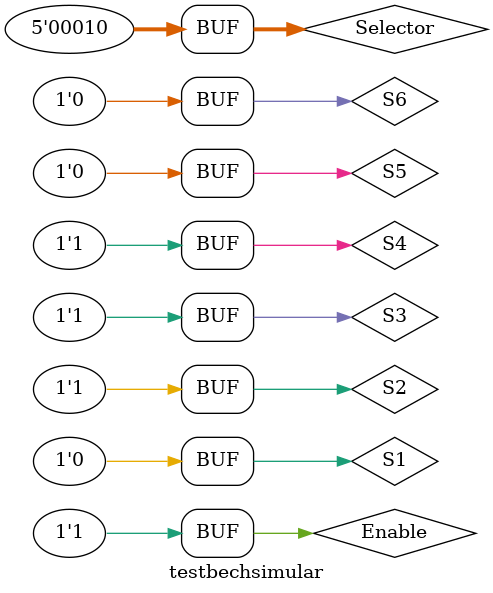
<source format=v>
`timescale 1ns / 1ps


module testbechsimular;

	// Inputs
	reg S1;
	reg S2;
	reg S3;
	reg S4;
	reg S5;
	reg S6;
	reg [4:0] Selector;
	reg Enable;

	// Outputs
	wire Y;

	// Instantiate the Unit Under Test (UUT)
	Syncronizer uut (
		.S1(S1), 
		.S2(S2), 
		.S3(S3), 
		.S4(S4), 
		.S5(S5), 
		.S6(S6), 
		.Selector(Selector), 
		.Enable(Enable), 
		.Y(Y)
	);

	initial begin
		// Initialize Inputs
		S1 = 0;
		S2 = 1;
		S3 = 1;
		S4 = 1;
		S5 = 0;
		S6 = 0;
		Selector = 2;
		Enable = 1;

		// Wait 100 ns for global reset to finish
		#100;
        
		// Add stimulus here

	end
      
endmodule


</source>
